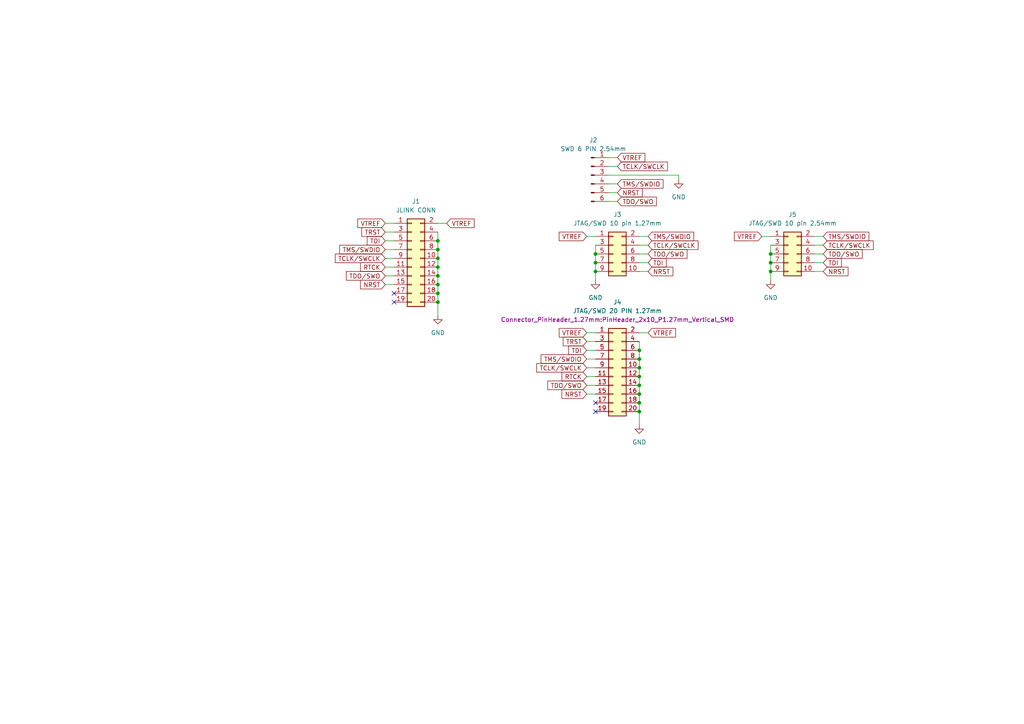
<source format=kicad_sch>
(kicad_sch (version 20211123) (generator eeschema)
  (paper "A4")
  (lib_symbols
    (symbol "Connector:Conn_01x06_Male" (pin_names (offset 1.016) hide)
      (property "Reference" "J" (at 0 7.62 0))
      (property "Value" "Conn_01x06_Male" (at 0 -10.16 0))
      (symbol "Conn_01x06_Male_1_1"
        (polyline (pts (xy 1.27 -7.62) (xy 0.8636 -7.62)) (stroke (width 0.1524)))
        (polyline (pts (xy 1.27 -5.08) (xy 0.8636 -5.08)) (stroke (width 0.1524)))
        (polyline (pts (xy 1.27 -2.54) (xy 0.8636 -2.54)) (stroke (width 0.1524)))
        (polyline (pts (xy 1.27 0) (xy 0.8636 0)) (stroke (width 0.1524)))
        (polyline (pts (xy 1.27 2.54) (xy 0.8636 2.54)) (stroke (width 0.1524)))
        (polyline (pts (xy 1.27 5.08) (xy 0.8636 5.08)) (stroke (width 0.1524)))
        (rectangle (start 0.8636 -7.493) (end 0 -7.747) (stroke (width 0.1524)) (fill (type outline)))
        (rectangle (start 0.8636 -4.953) (end 0 -5.207) (stroke (width 0.1524)) (fill (type outline)))
        (rectangle (start 0.8636 -2.413) (end 0 -2.667) (stroke (width 0.1524)) (fill (type outline)))
        (rectangle (start 0.8636 0.127) (end 0 -0.127) (stroke (width 0.1524)) (fill (type outline)))
        (rectangle (start 0.8636 2.667) (end 0 2.413) (stroke (width 0.1524)) (fill (type outline)))
        (rectangle (start 0.8636 5.207) (end 0 4.953) (stroke (width 0.1524)) (fill (type outline)))
        (pin passive line (at 5.08 5.08 180) (length 3.81) (name "Pin_1") (number "1"))
        (pin passive line (at 5.08 2.54 180) (length 3.81) (name "Pin_2") (number "2"))
        (pin passive line (at 5.08 0 180) (length 3.81) (name "Pin_3") (number "3"))
        (pin passive line (at 5.08 -2.54 180) (length 3.81) (name "Pin_4") (number "4"))
        (pin passive line (at 5.08 -5.08 180) (length 3.81) (name "Pin_5") (number "5"))
        (pin passive line (at 5.08 -7.62 180) (length 3.81) (name "Pin_6") (number "6"))
      )
    )
    (symbol "Connector_Generic:Conn_02x05_Odd_Even" (pin_names (offset 1.016) hide)
      (property "Reference" "J" (at 1.27 7.62 0))
      (property "Value" "Conn_02x05_Odd_Even" (at 1.27 -7.62 0))
      (symbol "Conn_02x05_Odd_Even_1_1"
        (rectangle (start -1.27 -4.953) (end 0 -5.207) (stroke (width 0.1524)))
        (rectangle (start -1.27 -2.413) (end 0 -2.667) (stroke (width 0.1524)))
        (rectangle (start -1.27 0.127) (end 0 -0.127) (stroke (width 0.1524)))
        (rectangle (start -1.27 2.667) (end 0 2.413) (stroke (width 0.1524)))
        (rectangle (start -1.27 5.207) (end 0 4.953) (stroke (width 0.1524)))
        (rectangle (start -1.27 6.35) (end 3.81 -6.35) (stroke (width 0.254)) (fill (type background)))
        (rectangle (start 3.81 -4.953) (end 2.54 -5.207) (stroke (width 0.1524)))
        (rectangle (start 3.81 -2.413) (end 2.54 -2.667) (stroke (width 0.1524)))
        (rectangle (start 3.81 0.127) (end 2.54 -0.127) (stroke (width 0.1524)))
        (rectangle (start 3.81 2.667) (end 2.54 2.413) (stroke (width 0.1524)))
        (rectangle (start 3.81 5.207) (end 2.54 4.953) (stroke (width 0.1524)))
        (pin passive line (at -5.08 5.08 0) (length 3.81) (name "Pin_1") (number "1"))
        (pin passive line (at 7.62 -5.08 180) (length 3.81) (name "Pin_10") (number "10"))
        (pin passive line (at 7.62 5.08 180) (length 3.81) (name "Pin_2") (number "2"))
        (pin passive line (at -5.08 2.54 0) (length 3.81) (name "Pin_3") (number "3"))
        (pin passive line (at 7.62 2.54 180) (length 3.81) (name "Pin_4") (number "4"))
        (pin passive line (at -5.08 0 0) (length 3.81) (name "Pin_5") (number "5"))
        (pin passive line (at 7.62 0 180) (length 3.81) (name "Pin_6") (number "6"))
        (pin passive line (at -5.08 -2.54 0) (length 3.81) (name "Pin_7") (number "7"))
        (pin passive line (at 7.62 -2.54 180) (length 3.81) (name "Pin_8") (number "8"))
        (pin passive line (at -5.08 -5.08 0) (length 3.81) (name "Pin_9") (number "9"))
      )
    )
    (symbol "Connector_Generic:Conn_02x10_Odd_Even" (pin_names (offset 1.016) hide)
      (property "Reference" "J" (at 1.27 12.7 0))
      (property "Value" "Conn_02x10_Odd_Even" (at 1.27 -15.24 0))
      (symbol "Conn_02x10_Odd_Even_1_1"
        (rectangle (start -1.27 -12.573) (end 0 -12.827) (stroke (width 0.1524)))
        (rectangle (start -1.27 -10.033) (end 0 -10.287) (stroke (width 0.1524)))
        (rectangle (start -1.27 -7.493) (end 0 -7.747) (stroke (width 0.1524)))
        (rectangle (start -1.27 -4.953) (end 0 -5.207) (stroke (width 0.1524)))
        (rectangle (start -1.27 -2.413) (end 0 -2.667) (stroke (width 0.1524)))
        (rectangle (start -1.27 0.127) (end 0 -0.127) (stroke (width 0.1524)))
        (rectangle (start -1.27 2.667) (end 0 2.413) (stroke (width 0.1524)))
        (rectangle (start -1.27 5.207) (end 0 4.953) (stroke (width 0.1524)))
        (rectangle (start -1.27 7.747) (end 0 7.493) (stroke (width 0.1524)))
        (rectangle (start -1.27 10.287) (end 0 10.033) (stroke (width 0.1524)))
        (rectangle (start -1.27 11.43) (end 3.81 -13.97) (stroke (width 0.254)) (fill (type background)))
        (rectangle (start 3.81 -12.573) (end 2.54 -12.827) (stroke (width 0.1524)))
        (rectangle (start 3.81 -10.033) (end 2.54 -10.287) (stroke (width 0.1524)))
        (rectangle (start 3.81 -7.493) (end 2.54 -7.747) (stroke (width 0.1524)))
        (rectangle (start 3.81 -4.953) (end 2.54 -5.207) (stroke (width 0.1524)))
        (rectangle (start 3.81 -2.413) (end 2.54 -2.667) (stroke (width 0.1524)))
        (rectangle (start 3.81 0.127) (end 2.54 -0.127) (stroke (width 0.1524)))
        (rectangle (start 3.81 2.667) (end 2.54 2.413) (stroke (width 0.1524)))
        (rectangle (start 3.81 5.207) (end 2.54 4.953) (stroke (width 0.1524)))
        (rectangle (start 3.81 7.747) (end 2.54 7.493) (stroke (width 0.1524)))
        (rectangle (start 3.81 10.287) (end 2.54 10.033) (stroke (width 0.1524)))
        (pin passive line (at -5.08 10.16 0) (length 3.81) (name "Pin_1") (number "1"))
        (pin passive line (at 7.62 0 180) (length 3.81) (name "Pin_10") (number "10"))
        (pin passive line (at -5.08 -2.54 0) (length 3.81) (name "Pin_11") (number "11"))
        (pin passive line (at 7.62 -2.54 180) (length 3.81) (name "Pin_12") (number "12"))
        (pin passive line (at -5.08 -5.08 0) (length 3.81) (name "Pin_13") (number "13"))
        (pin passive line (at 7.62 -5.08 180) (length 3.81) (name "Pin_14") (number "14"))
        (pin passive line (at -5.08 -7.62 0) (length 3.81) (name "Pin_15") (number "15"))
        (pin passive line (at 7.62 -7.62 180) (length 3.81) (name "Pin_16") (number "16"))
        (pin passive line (at -5.08 -10.16 0) (length 3.81) (name "Pin_17") (number "17"))
        (pin passive line (at 7.62 -10.16 180) (length 3.81) (name "Pin_18") (number "18"))
        (pin passive line (at -5.08 -12.7 0) (length 3.81) (name "Pin_19") (number "19"))
        (pin passive line (at 7.62 10.16 180) (length 3.81) (name "Pin_2") (number "2"))
        (pin passive line (at 7.62 -12.7 180) (length 3.81) (name "Pin_20") (number "20"))
        (pin passive line (at -5.08 7.62 0) (length 3.81) (name "Pin_3") (number "3"))
        (pin passive line (at 7.62 7.62 180) (length 3.81) (name "Pin_4") (number "4"))
        (pin passive line (at -5.08 5.08 0) (length 3.81) (name "Pin_5") (number "5"))
        (pin passive line (at 7.62 5.08 180) (length 3.81) (name "Pin_6") (number "6"))
        (pin passive line (at -5.08 2.54 0) (length 3.81) (name "Pin_7") (number "7"))
        (pin passive line (at 7.62 2.54 180) (length 3.81) (name "Pin_8") (number "8"))
        (pin passive line (at -5.08 0 0) (length 3.81) (name "Pin_9") (number "9"))
      )
    )
    (symbol "power:GND" (power) (pin_names (offset 0))
      (property "Value" "GND" (at 0 -3.81 0))
      (symbol "GND_0_1"
        (polyline (pts (xy 0 0) (xy 0 -1.27) (xy 1.27 -1.27) (xy 0 -2.54) (xy -1.27 -1.27) (xy 0 -1.27)))
      )
      (symbol "GND_1_1"
        (pin power_in line (at 0 0 270) (length 0) hide (name "GND") (number "1"))
      )
    )
  )
  (junction (at 185.42 116.84))
  (junction (at 223.52 76.2))
  (junction (at 127 82.55))
  (junction (at 127 80.01))
  (junction (at 185.42 119.38))
  (junction (at 127 72.39))
  (junction (at 172.72 76.2))
  (junction (at 223.52 78.74))
  (junction (at 127 87.63))
  (junction (at 172.72 73.66))
  (junction (at 185.42 111.76))
  (junction (at 185.42 106.68))
  (junction (at 185.42 101.6))
  (junction (at 185.42 109.22))
  (junction (at 127 77.47))
  (junction (at 185.42 104.14))
  (junction (at 127 74.93))
  (junction (at 185.42 114.3))
  (junction (at 127 85.09))
  (junction (at 127 69.85))
  (junction (at 172.72 78.74))
  (junction (at 223.52 73.66))
  (no_connect (at 172.72 116.84))
  (no_connect (at 114.3 85.09))
  (no_connect (at 114.3 87.63))
  (no_connect (at 172.72 119.38))
  (wire (pts (xy 111.76 64.77) (xy 114.3 64.77)))
  (wire (pts (xy 185.42 106.68) (xy 185.42 109.22)))
  (wire (pts (xy 127 69.85) (xy 127 72.39)))
  (wire (pts (xy 172.72 73.66) (xy 172.72 76.2)))
  (wire (pts (xy 127 82.55) (xy 127 85.09)))
  (wire (pts (xy 236.22 68.58) (xy 238.76 68.58)))
  (wire (pts (xy 111.76 72.39) (xy 114.3 72.39)))
  (wire (pts (xy 127 80.01) (xy 127 82.55)))
  (wire (pts (xy 170.18 109.22) (xy 172.72 109.22)))
  (wire (pts (xy 185.42 116.84) (xy 185.42 119.38)))
  (wire (pts (xy 170.18 68.58) (xy 172.72 68.58)))
  (wire (pts (xy 236.22 71.12) (xy 238.76 71.12)))
  (wire (pts (xy 185.42 109.22) (xy 185.42 111.76)))
  (wire (pts (xy 185.42 76.2) (xy 187.96 76.2)))
  (wire (pts (xy 172.72 76.2) (xy 172.72 78.74)))
  (wire (pts (xy 176.53 58.42) (xy 179.07 58.42)))
  (wire (pts (xy 236.22 73.66) (xy 238.76 73.66)))
  (wire (pts (xy 185.42 78.74) (xy 187.96 78.74)))
  (wire (pts (xy 170.18 99.06) (xy 172.72 99.06)))
  (wire (pts (xy 185.42 111.76) (xy 185.42 114.3)))
  (wire (pts (xy 223.52 78.74) (xy 223.52 81.28)))
  (wire (pts (xy 185.42 99.06) (xy 185.42 101.6)))
  (wire (pts (xy 170.18 111.76) (xy 172.72 111.76)))
  (wire (pts (xy 172.72 71.12) (xy 172.72 73.66)))
  (wire (pts (xy 170.18 104.14) (xy 172.72 104.14)))
  (wire (pts (xy 127 74.93) (xy 127 77.47)))
  (wire (pts (xy 111.76 77.47) (xy 114.3 77.47)))
  (wire (pts (xy 127 67.31) (xy 127 69.85)))
  (wire (pts (xy 185.42 96.52) (xy 187.96 96.52)))
  (wire (pts (xy 185.42 104.14) (xy 185.42 106.68)))
  (wire (pts (xy 176.53 55.88) (xy 179.07 55.88)))
  (wire (pts (xy 111.76 69.85) (xy 114.3 69.85)))
  (wire (pts (xy 223.52 76.2) (xy 223.52 78.74)))
  (wire (pts (xy 176.53 50.8) (xy 196.85 50.8)))
  (wire (pts (xy 170.18 101.6) (xy 172.72 101.6)))
  (wire (pts (xy 170.18 106.68) (xy 172.72 106.68)))
  (wire (pts (xy 185.42 101.6) (xy 185.42 104.14)))
  (wire (pts (xy 236.22 76.2) (xy 238.76 76.2)))
  (wire (pts (xy 185.42 71.12) (xy 187.96 71.12)))
  (wire (pts (xy 223.52 71.12) (xy 223.52 73.66)))
  (wire (pts (xy 127 85.09) (xy 127 87.63)))
  (wire (pts (xy 111.76 80.01) (xy 114.3 80.01)))
  (wire (pts (xy 236.22 78.74) (xy 238.76 78.74)))
  (wire (pts (xy 127 72.39) (xy 127 74.93)))
  (wire (pts (xy 185.42 114.3) (xy 185.42 116.84)))
  (wire (pts (xy 185.42 68.58) (xy 187.96 68.58)))
  (wire (pts (xy 220.98 68.58) (xy 223.52 68.58)))
  (wire (pts (xy 196.85 52.07) (xy 196.85 50.8)))
  (wire (pts (xy 172.72 78.74) (xy 172.72 81.28)))
  (wire (pts (xy 111.76 82.55) (xy 114.3 82.55)))
  (wire (pts (xy 185.42 73.66) (xy 187.96 73.66)))
  (wire (pts (xy 223.52 73.66) (xy 223.52 76.2)))
  (wire (pts (xy 176.53 45.72) (xy 179.07 45.72)))
  (wire (pts (xy 127 77.47) (xy 127 80.01)))
  (wire (pts (xy 185.42 119.38) (xy 185.42 123.19)))
  (wire (pts (xy 170.18 114.3) (xy 172.72 114.3)))
  (wire (pts (xy 170.18 96.52) (xy 172.72 96.52)))
  (wire (pts (xy 176.53 53.34) (xy 179.07 53.34)))
  (wire (pts (xy 127 87.63) (xy 127 91.44)))
  (wire (pts (xy 176.53 48.26) (xy 179.07 48.26)))
  (wire (pts (xy 111.76 67.31) (xy 114.3 67.31)))
  (wire (pts (xy 127 64.77) (xy 129.54 64.77)))
  (wire (pts (xy 111.76 74.93) (xy 114.3 74.93)))
  (global_label "TRST" (shape input) (at 111.76 67.31 180) (property "Intersheet References" "${INTERSHEET_REFS}" (effects hide)))
  (global_label "NRST" (shape input) (at 187.96 78.74 0) (property "Intersheet References" "${INTERSHEET_REFS}" (effects hide)))
  (global_label "TDI" (shape input) (at 111.76 69.85 180) (property "Intersheet References" "${INTERSHEET_REFS}" (effects hide)))
  (global_label "TMS{slash}SWDIO" (shape input) (at 187.96 68.58 0) (property "Intersheet References" "${INTERSHEET_REFS}" (effects hide)))
  (global_label "TCLK{slash}SWCLK" (shape input) (at 187.96 71.12 0) (property "Intersheet References" "${INTERSHEET_REFS}" (effects hide)))
  (global_label "RTCK" (shape input) (at 170.18 109.22 180) (property "Intersheet References" "${INTERSHEET_REFS}" (effects hide)))
  (global_label "TDI" (shape input) (at 238.76 76.2 0) (property "Intersheet References" "${INTERSHEET_REFS}" (effects hide)))
  (global_label "VTREF" (shape input) (at 220.98 68.58 180) (property "Intersheet References" "${INTERSHEET_REFS}" (effects hide)))
  (global_label "TDI" (shape input) (at 170.18 101.6 180) (property "Intersheet References" "${INTERSHEET_REFS}" (effects hide)))
  (global_label "VTREF" (shape input) (at 129.54 64.77 0) (property "Intersheet References" "${INTERSHEET_REFS}" (effects hide)))
  (global_label "TMS{slash}SWDIO" (shape input) (at 170.18 104.14 180) (property "Intersheet References" "${INTERSHEET_REFS}" (effects hide)))
  (global_label "VTREF" (shape input) (at 187.96 96.52 0) (property "Intersheet References" "${INTERSHEET_REFS}" (effects hide)))
  (global_label "NRST" (shape input) (at 111.76 82.55 180) (property "Intersheet References" "${INTERSHEET_REFS}" (effects hide)))
  (global_label "TDO{slash}SWO" (shape input) (at 170.18 111.76 180) (property "Intersheet References" "${INTERSHEET_REFS}" (effects hide)))
  (global_label "TCLK{slash}SWCLK" (shape input) (at 111.76 74.93 180) (property "Intersheet References" "${INTERSHEET_REFS}" (effects hide)))
  (global_label "VTREF" (shape input) (at 170.18 96.52 180) (property "Intersheet References" "${INTERSHEET_REFS}" (effects hide)))
  (global_label "TMS{slash}SWDIO" (shape input) (at 238.76 68.58 0) (property "Intersheet References" "${INTERSHEET_REFS}" (effects hide)))
  (global_label "NRST" (shape input) (at 170.18 114.3 180) (property "Intersheet References" "${INTERSHEET_REFS}" (effects hide)))
  (global_label "TMS{slash}SWDIO" (shape input) (at 111.76 72.39 180) (property "Intersheet References" "${INTERSHEET_REFS}" (effects hide)))
  (global_label "VTREF" (shape input) (at 170.18 68.58 180) (property "Intersheet References" "${INTERSHEET_REFS}" (effects hide)))
  (global_label "VTREF" (shape input) (at 179.07 45.72 0) (property "Intersheet References" "${INTERSHEET_REFS}" (effects hide)))
  (global_label "TDO{slash}SWO" (shape input) (at 238.76 73.66 0) (property "Intersheet References" "${INTERSHEET_REFS}" (effects hide)))
  (global_label "TCLK{slash}SWCLK" (shape input) (at 238.76 71.12 0) (property "Intersheet References" "${INTERSHEET_REFS}" (effects hide)))
  (global_label "TRST" (shape input) (at 170.18 99.06 180) (property "Intersheet References" "${INTERSHEET_REFS}" (effects hide)))
  (global_label "TCLK{slash}SWCLK" (shape input) (at 179.07 48.26 0) (property "Intersheet References" "${INTERSHEET_REFS}" (effects hide)))
  (global_label "TMS{slash}SWDIO" (shape input) (at 179.07 53.34 0) (property "Intersheet References" "${INTERSHEET_REFS}" (effects hide)))
  (global_label "TDO{slash}SWO" (shape input) (at 179.07 58.42 0) (property "Intersheet References" "${INTERSHEET_REFS}" (effects hide)))
  (global_label "VTREF" (shape input) (at 111.76 64.77 180) (property "Intersheet References" "${INTERSHEET_REFS}" (effects hide)))
  (global_label "RTCK" (shape input) (at 111.76 77.47 180) (property "Intersheet References" "${INTERSHEET_REFS}" (effects hide)))
  (global_label "NRST" (shape input) (at 179.07 55.88 0) (property "Intersheet References" "${INTERSHEET_REFS}" (effects hide)))
  (global_label "TCLK{slash}SWCLK" (shape input) (at 170.18 106.68 180) (property "Intersheet References" "${INTERSHEET_REFS}" (effects hide)))
  (global_label "TDI" (shape input) (at 187.96 76.2 0) (property "Intersheet References" "${INTERSHEET_REFS}" (effects hide)))
  (global_label "TDO{slash}SWO" (shape input) (at 111.76 80.01 180) (property "Intersheet References" "${INTERSHEET_REFS}" (effects hide)))
  (global_label "TDO{slash}SWO" (shape input) (at 187.96 73.66 0) (property "Intersheet References" "${INTERSHEET_REFS}" (effects hide)))
  (global_label "NRST" (shape input) (at 238.76 78.74 0) (property "Intersheet References" "${INTERSHEET_REFS}" (effects hide)))
  (symbol (lib_id "power:GND") (at 127 91.44 0) (unit 1)
    (property "Reference" "#PWR01" (effects hide))
    (property "Value" "GND" (at 127 96.52 0))
  )
  (symbol (lib_id "Connector_Generic:Conn_02x10_Odd_Even") (at 119.38 74.93 0) (unit 1)
    (property "Reference" "J1" (at 120.65 58.42 0))
    (property "Value" "JLINK CONN" (at 120.65 60.96 0))
    (property "Footprint" "Connector_PinSocket_2.54mm:PinSocket_2x10_P2.54mm_Horizontal" (effects hide))
    (property "DK-PN" "S9205-ND" (effects hide))
  )
  (symbol (lib_id "power:GND") (at 196.85 52.07 0) (unit 1)
    (property "Reference" "#PWR04" (effects hide))
    (property "Value" "GND" (at 196.85 57.15 0))
  )
  (symbol (lib_id "Connector_Generic:Conn_02x05_Odd_Even") (at 228.6 73.66 0) (unit 1)
    (property "Reference" "J5" (at 229.87 62.23 0))
    (property "Value" "JTAG/SWD 10 pin 2.54mm" (at 229.87 64.77 0))
    (property "Footprint" "Connector_PinHeader_2.54mm:PinHeader_2x05_P2.54mm_Vertical" (effects hide))
    (property "DK-PN" "609-4950-ND" (effects hide))
  )
  (symbol (lib_id "Connector_Generic:Conn_02x10_Odd_Even") (at 177.8 106.68 0) (unit 1)
    (property "Reference" "J4" (at 179.07 87.63 0))
    (property "Value" "JTAG/SWD 20 PIN 1.27mm" (at 179.07 90.17 0))
    (property "Footprint" "Connector_PinHeader_1.27mm:PinHeader_2x10_P1.27mm_Vertical_SMD" (at 179.07 92.71 0))
    (property "DK-PN" "1175-1637-ND" (effects hide))
  )
  (symbol (lib_id "power:GND") (at 185.42 123.19 0) (unit 1)
    (property "Reference" "#PWR03" (effects hide))
    (property "Value" "GND" (at 185.42 128.27 0))
  )
  (symbol (lib_id "power:GND") (at 172.72 81.28 0) (unit 1)
    (property "Reference" "#PWR02" (effects hide))
    (property "Value" "GND" (at 172.72 86.36 0))
  )
  (symbol (lib_id "Connector:Conn_01x06_Male") (at 171.45 50.8 0) (unit 1)
    (property "Reference" "J2" (at 172.085 40.64 0))
    (property "Value" "SWD 6 PIN 2.54mm" (at 172.085 43.18 0))
    (property "Footprint" "Connector_PinHeader_2.54mm:PinHeader_1x06_P2.54mm_Vertical" (effects hide))
  )
  (symbol (lib_id "power:GND") (at 223.52 81.28 0) (unit 1)
    (property "Reference" "#PWR05" (effects hide))
    (property "Value" "GND" (at 223.52 86.36 0))
  )
  (symbol (lib_id "Connector_Generic:Conn_02x05_Odd_Even") (at 177.8 73.66 0) (unit 1)
    (property "Reference" "J3" (at 179.07 62.23 0))
    (property "Value" "JTAG/SWD 10 pin 1.27mm" (at 179.07 64.77 0))
    (property "Footprint" "Connector_PinHeader_1.27mm:PinHeader_2x05_P1.27mm_Vertical_SMD" (effects hide))
    (property "DK-PN" "1175-1735-ND" (effects hide))
  )
)
</source>
